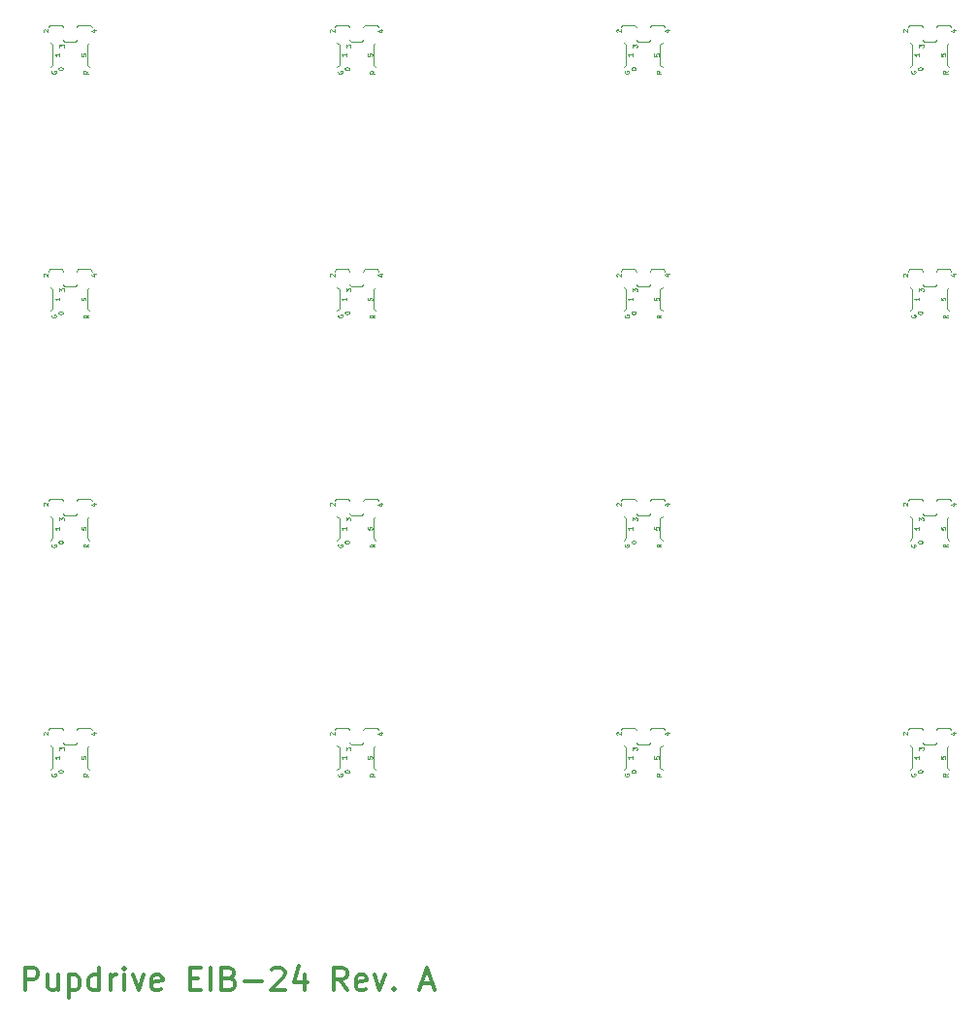
<source format=gbr>
%TF.GenerationSoftware,KiCad,Pcbnew,(6.0.0)*%
%TF.CreationDate,2022-03-28T07:48:23-07:00*%
%TF.ProjectId,pupdrive-eib24_panel,70757064-7269-4766-952d-65696232345f,A*%
%TF.SameCoordinates,Original*%
%TF.FileFunction,Legend,Top*%
%TF.FilePolarity,Positive*%
%FSLAX46Y46*%
G04 Gerber Fmt 4.6, Leading zero omitted, Abs format (unit mm)*
G04 Created by KiCad (PCBNEW (6.0.0)) date 2022-03-28 07:48:23*
%MOMM*%
%LPD*%
G01*
G04 APERTURE LIST*
%ADD10C,0.120000*%
%ADD11C,0.100000*%
%ADD12C,0.300000*%
%ADD13C,0.150000*%
G04 APERTURE END LIST*
D10*
X144007107Y-56607107D02*
X144107107Y-56807107D01*
X119107107Y-99207107D02*
X119207107Y-99407107D01*
X93207107Y-81357107D02*
X93007107Y-81557107D01*
X145407107Y-77907107D02*
X145307107Y-78107107D01*
X142807107Y-98107107D02*
X142907107Y-97907107D01*
X96207107Y-121357107D02*
X96207107Y-119657107D01*
X145207107Y-99407107D02*
X145307107Y-99207107D01*
X96607107Y-98107107D02*
X96507107Y-97907107D01*
X171207107Y-81357107D02*
X171207107Y-79657107D01*
X96207107Y-79657107D02*
X96407107Y-79457107D01*
X171507107Y-77907107D02*
X170407107Y-77907107D01*
X121507107Y-117907107D02*
X120407107Y-117907107D01*
X168207107Y-121357107D02*
X168007107Y-121557107D01*
X95407107Y-56607107D02*
X95307107Y-56807107D01*
X168007107Y-58157107D02*
X168207107Y-58357107D01*
X94107107Y-79207107D02*
X94207107Y-79407107D01*
X171507107Y-97907107D02*
X170407107Y-97907107D01*
X145407107Y-117907107D02*
X145307107Y-118107107D01*
X119107107Y-79207107D02*
X119207107Y-79407107D01*
X96607107Y-118107107D02*
X96507107Y-117907107D01*
X96407107Y-121557107D02*
X96207107Y-121357107D01*
X142807107Y-56807107D02*
X142907107Y-56607107D01*
X121607107Y-98107107D02*
X121507107Y-97907107D01*
X94207107Y-79407107D02*
X95207107Y-79407107D01*
X146607107Y-78107107D02*
X146507107Y-77907107D01*
X121407107Y-121557107D02*
X121207107Y-121357107D01*
X142907107Y-56607107D02*
X144007107Y-56607107D01*
X121207107Y-99657107D02*
X121407107Y-99457107D01*
X95407107Y-117907107D02*
X95307107Y-118107107D01*
X146407107Y-121557107D02*
X146207107Y-121357107D01*
X144207107Y-119407107D02*
X145207107Y-119407107D01*
X118207107Y-101357107D02*
X118007107Y-101557107D01*
X120207107Y-79407107D02*
X120307107Y-79207107D01*
X145407107Y-56607107D02*
X145307107Y-56807107D01*
X120407107Y-56607107D02*
X120307107Y-56807107D01*
X146407107Y-81557107D02*
X146207107Y-81357107D01*
X92807107Y-56807107D02*
X92907107Y-56607107D01*
X96507107Y-77907107D02*
X95407107Y-77907107D01*
X118207107Y-99657107D02*
X118207107Y-101357107D01*
X119007107Y-77907107D02*
X119107107Y-78107107D01*
X169207107Y-99407107D02*
X170207107Y-99407107D01*
X92807107Y-98107107D02*
X92907107Y-97907107D01*
X94007107Y-97907107D02*
X94107107Y-98107107D01*
X169207107Y-58107107D02*
X170207107Y-58107107D01*
X92907107Y-97907107D02*
X94007107Y-97907107D01*
X146507107Y-77907107D02*
X145407107Y-77907107D01*
X117807107Y-118107107D02*
X117907107Y-117907107D01*
X146207107Y-79657107D02*
X146407107Y-79457107D01*
X117807107Y-98107107D02*
X117907107Y-97907107D01*
X121507107Y-97907107D02*
X120407107Y-97907107D01*
X171207107Y-101357107D02*
X171207107Y-99657107D01*
X120407107Y-77907107D02*
X120307107Y-78107107D01*
X93207107Y-60057107D02*
X93007107Y-60257107D01*
X146507107Y-97907107D02*
X145407107Y-97907107D01*
X146207107Y-121357107D02*
X146207107Y-119657107D01*
X171507107Y-117907107D02*
X170407107Y-117907107D01*
X170407107Y-56607107D02*
X170307107Y-56807107D01*
X118207107Y-81357107D02*
X118007107Y-81557107D01*
X92807107Y-78107107D02*
X92907107Y-77907107D01*
X146207107Y-101357107D02*
X146207107Y-99657107D01*
X118007107Y-58157107D02*
X118207107Y-58357107D01*
X143007107Y-99457107D02*
X143207107Y-99657107D01*
X167807107Y-56807107D02*
X167907107Y-56607107D01*
X119207107Y-119407107D02*
X120207107Y-119407107D01*
X143207107Y-121357107D02*
X143007107Y-121557107D01*
X121607107Y-56807107D02*
X121507107Y-56607107D01*
X145207107Y-119407107D02*
X145307107Y-119207107D01*
X93007107Y-58157107D02*
X93207107Y-58357107D01*
X119007107Y-97907107D02*
X119107107Y-98107107D01*
X143007107Y-58157107D02*
X143207107Y-58357107D01*
X168207107Y-99657107D02*
X168207107Y-101357107D01*
X142807107Y-78107107D02*
X142907107Y-77907107D01*
X167807107Y-118107107D02*
X167907107Y-117907107D01*
X93007107Y-79457107D02*
X93207107Y-79657107D01*
X143007107Y-79457107D02*
X143207107Y-79657107D01*
X118007107Y-99457107D02*
X118207107Y-99657107D01*
X144207107Y-58107107D02*
X145207107Y-58107107D01*
X145207107Y-58107107D02*
X145307107Y-57907107D01*
X168207107Y-79657107D02*
X168207107Y-81357107D01*
X171507107Y-56607107D02*
X170407107Y-56607107D01*
X118207107Y-60057107D02*
X118007107Y-60257107D01*
X94107107Y-119207107D02*
X94207107Y-119407107D01*
X93207107Y-119657107D02*
X93207107Y-121357107D01*
X169007107Y-117907107D02*
X169107107Y-118107107D01*
X143207107Y-60057107D02*
X143007107Y-60257107D01*
X119207107Y-58107107D02*
X120207107Y-58107107D01*
X167907107Y-77907107D02*
X169007107Y-77907107D01*
X168007107Y-99457107D02*
X168207107Y-99657107D01*
X171607107Y-78107107D02*
X171507107Y-77907107D01*
X167807107Y-98107107D02*
X167907107Y-97907107D01*
X142907107Y-117907107D02*
X144007107Y-117907107D01*
X118207107Y-121357107D02*
X118007107Y-121557107D01*
X121207107Y-79657107D02*
X121407107Y-79457107D01*
X96207107Y-119657107D02*
X96407107Y-119457107D01*
X121407107Y-81557107D02*
X121207107Y-81357107D01*
X94107107Y-57907107D02*
X94207107Y-58107107D01*
X118007107Y-119457107D02*
X118207107Y-119657107D01*
X143207107Y-58357107D02*
X143207107Y-60057107D01*
X171207107Y-119657107D02*
X171407107Y-119457107D01*
X168207107Y-58357107D02*
X168207107Y-60057107D01*
X168207107Y-60057107D02*
X168007107Y-60257107D01*
X96207107Y-58357107D02*
X96407107Y-58157107D01*
X94007107Y-77907107D02*
X94107107Y-78107107D01*
X120407107Y-117907107D02*
X120307107Y-118107107D01*
X94207107Y-119407107D02*
X95207107Y-119407107D01*
X145207107Y-79407107D02*
X145307107Y-79207107D01*
X96407107Y-60257107D02*
X96207107Y-60057107D01*
X171207107Y-79657107D02*
X171407107Y-79457107D01*
X169107107Y-99207107D02*
X169207107Y-99407107D01*
X170407107Y-97907107D02*
X170307107Y-98107107D01*
X93207107Y-79657107D02*
X93207107Y-81357107D01*
X95207107Y-58107107D02*
X95307107Y-57907107D01*
X143207107Y-119657107D02*
X143207107Y-121357107D01*
X169207107Y-119407107D02*
X170207107Y-119407107D01*
X118207107Y-79657107D02*
X118207107Y-81357107D01*
X146507107Y-56607107D02*
X145407107Y-56607107D01*
X92807107Y-118107107D02*
X92907107Y-117907107D01*
X96407107Y-101557107D02*
X96207107Y-101357107D01*
X144007107Y-117907107D02*
X144107107Y-118107107D01*
X96507107Y-117907107D02*
X95407107Y-117907107D01*
X146207107Y-58357107D02*
X146407107Y-58157107D01*
X95407107Y-77907107D02*
X95307107Y-78107107D01*
X171207107Y-121357107D02*
X171207107Y-119657107D01*
X121207107Y-119657107D02*
X121407107Y-119457107D01*
X117907107Y-56607107D02*
X119007107Y-56607107D01*
X171207107Y-60057107D02*
X171207107Y-58357107D01*
X146207107Y-119657107D02*
X146407107Y-119457107D01*
X170407107Y-117907107D02*
X170307107Y-118107107D01*
X144007107Y-77907107D02*
X144107107Y-78107107D01*
X167807107Y-78107107D02*
X167907107Y-77907107D01*
X121407107Y-60257107D02*
X121207107Y-60057107D01*
X168207107Y-101357107D02*
X168007107Y-101557107D01*
X146607107Y-56807107D02*
X146507107Y-56607107D01*
X121207107Y-58357107D02*
X121407107Y-58157107D01*
X121207107Y-121357107D02*
X121207107Y-119657107D01*
X118007107Y-79457107D02*
X118207107Y-79657107D01*
X169007107Y-77907107D02*
X169107107Y-78107107D01*
X146407107Y-60257107D02*
X146207107Y-60057107D01*
X168007107Y-119457107D02*
X168207107Y-119657107D01*
X146507107Y-117907107D02*
X145407107Y-117907107D01*
X171207107Y-99657107D02*
X171407107Y-99457107D01*
X143207107Y-79657107D02*
X143207107Y-81357107D01*
X96207107Y-99657107D02*
X96407107Y-99457107D01*
X96207107Y-101357107D02*
X96207107Y-99657107D01*
X170407107Y-77907107D02*
X170307107Y-78107107D01*
X143207107Y-99657107D02*
X143207107Y-101357107D01*
X120207107Y-119407107D02*
X120307107Y-119207107D01*
X96207107Y-81357107D02*
X96207107Y-79657107D01*
X93007107Y-119457107D02*
X93207107Y-119657107D01*
X146607107Y-98107107D02*
X146507107Y-97907107D01*
X146207107Y-99657107D02*
X146407107Y-99457107D01*
X96507107Y-56607107D02*
X95407107Y-56607107D01*
X96607107Y-78107107D02*
X96507107Y-77907107D01*
X119007107Y-117907107D02*
X119107107Y-118107107D01*
X144207107Y-99407107D02*
X145207107Y-99407107D01*
X144107107Y-79207107D02*
X144207107Y-79407107D01*
X143207107Y-101357107D02*
X143007107Y-101557107D01*
X94207107Y-99407107D02*
X95207107Y-99407107D01*
X168207107Y-81357107D02*
X168007107Y-81557107D01*
X169107107Y-57907107D02*
X169207107Y-58107107D01*
X144207107Y-79407107D02*
X145207107Y-79407107D01*
X119207107Y-79407107D02*
X120207107Y-79407107D01*
X94007107Y-56607107D02*
X94107107Y-56807107D01*
X171607107Y-98107107D02*
X171507107Y-97907107D01*
X117807107Y-56807107D02*
X117907107Y-56607107D01*
X170207107Y-79407107D02*
X170307107Y-79207107D01*
X92907107Y-117907107D02*
X94007107Y-117907107D01*
X119107107Y-119207107D02*
X119207107Y-119407107D01*
X167907107Y-97907107D02*
X169007107Y-97907107D01*
X168007107Y-79457107D02*
X168207107Y-79657107D01*
X169207107Y-79407107D02*
X170207107Y-79407107D01*
X121407107Y-101557107D02*
X121207107Y-101357107D01*
X117907107Y-117907107D02*
X119007107Y-117907107D01*
X146207107Y-81357107D02*
X146207107Y-79657107D01*
X92907107Y-56607107D02*
X94007107Y-56607107D01*
X142807107Y-118107107D02*
X142907107Y-117907107D01*
X96407107Y-81557107D02*
X96207107Y-81357107D01*
X96207107Y-60057107D02*
X96207107Y-58357107D01*
X95207107Y-99407107D02*
X95307107Y-99207107D01*
X93207107Y-121357107D02*
X93007107Y-121557107D01*
X144107107Y-57907107D02*
X144207107Y-58107107D01*
X143007107Y-119457107D02*
X143207107Y-119657107D01*
X144107107Y-119207107D02*
X144207107Y-119407107D01*
X94207107Y-58107107D02*
X95207107Y-58107107D01*
X142907107Y-77907107D02*
X144007107Y-77907107D01*
X146607107Y-118107107D02*
X146507107Y-117907107D01*
X146407107Y-101557107D02*
X146207107Y-101357107D01*
X121607107Y-118107107D02*
X121507107Y-117907107D01*
X117907107Y-97907107D02*
X119007107Y-97907107D01*
X117907107Y-77907107D02*
X119007107Y-77907107D01*
X94007107Y-117907107D02*
X94107107Y-118107107D01*
X167907107Y-56607107D02*
X169007107Y-56607107D01*
X121207107Y-101357107D02*
X121207107Y-99657107D01*
X95207107Y-79407107D02*
X95307107Y-79207107D01*
X96507107Y-97907107D02*
X95407107Y-97907107D01*
X94107107Y-99207107D02*
X94207107Y-99407107D01*
X119107107Y-57907107D02*
X119207107Y-58107107D01*
X171207107Y-58357107D02*
X171407107Y-58157107D01*
X170207107Y-119407107D02*
X170307107Y-119207107D01*
X121207107Y-81357107D02*
X121207107Y-79657107D01*
X171607107Y-118107107D02*
X171507107Y-117907107D01*
X171407107Y-121557107D02*
X171207107Y-121357107D01*
X119207107Y-99407107D02*
X120207107Y-99407107D01*
X96607107Y-56807107D02*
X96507107Y-56607107D01*
X120407107Y-97907107D02*
X120307107Y-98107107D01*
X168207107Y-119657107D02*
X168207107Y-121357107D01*
X169007107Y-56607107D02*
X169107107Y-56807107D01*
X169107107Y-119207107D02*
X169207107Y-119407107D01*
X118207107Y-119657107D02*
X118207107Y-121357107D01*
X171407107Y-101557107D02*
X171207107Y-101357107D01*
X144107107Y-99207107D02*
X144207107Y-99407107D01*
X95207107Y-119407107D02*
X95307107Y-119207107D01*
X145407107Y-97907107D02*
X145307107Y-98107107D01*
X117807107Y-78107107D02*
X117907107Y-77907107D01*
X171407107Y-81557107D02*
X171207107Y-81357107D01*
X93207107Y-99657107D02*
X93207107Y-101357107D01*
X171607107Y-56807107D02*
X171507107Y-56607107D01*
X121207107Y-60057107D02*
X121207107Y-58357107D01*
X92907107Y-77907107D02*
X94007107Y-77907107D01*
X171407107Y-60257107D02*
X171207107Y-60057107D01*
X169107107Y-79207107D02*
X169207107Y-79407107D01*
X120207107Y-58107107D02*
X120307107Y-57907107D01*
X169007107Y-97907107D02*
X169107107Y-98107107D01*
X121607107Y-78107107D02*
X121507107Y-77907107D01*
X93007107Y-99457107D02*
X93207107Y-99657107D01*
X121507107Y-77907107D02*
X120407107Y-77907107D01*
X144007107Y-97907107D02*
X144107107Y-98107107D01*
X93207107Y-58357107D02*
X93207107Y-60057107D01*
X120207107Y-99407107D02*
X120307107Y-99207107D01*
X170207107Y-58107107D02*
X170307107Y-57907107D01*
X170207107Y-99407107D02*
X170307107Y-99207107D01*
X118207107Y-58357107D02*
X118207107Y-60057107D01*
X143207107Y-81357107D02*
X143007107Y-81557107D01*
X146207107Y-60057107D02*
X146207107Y-58357107D01*
X121507107Y-56607107D02*
X120407107Y-56607107D01*
X119007107Y-56607107D02*
X119107107Y-56807107D01*
X93207107Y-101357107D02*
X93007107Y-101557107D01*
X95407107Y-97907107D02*
X95307107Y-98107107D01*
X142907107Y-97907107D02*
X144007107Y-97907107D01*
X167907107Y-117907107D02*
X169007107Y-117907107D01*
D11*
X168788059Y-99840440D02*
X168788059Y-99592821D01*
X168940440Y-99726154D01*
X168940440Y-99669011D01*
X168959487Y-99630916D01*
X168978535Y-99611868D01*
X169016630Y-99592821D01*
X169111868Y-99592821D01*
X169149964Y-99611868D01*
X169169011Y-99630916D01*
X169188059Y-99669011D01*
X169188059Y-99783297D01*
X169169011Y-99821392D01*
X169149964Y-99840440D01*
X118107107Y-81911869D02*
X118088059Y-81949964D01*
X118088059Y-82007107D01*
X118107107Y-82064250D01*
X118145202Y-82102345D01*
X118183297Y-82121392D01*
X118259487Y-82140440D01*
X118316630Y-82140440D01*
X118392821Y-82121392D01*
X118430916Y-82102345D01*
X118469011Y-82064250D01*
X118488059Y-82007107D01*
X118488059Y-81969011D01*
X118469011Y-81911869D01*
X118449964Y-81892821D01*
X118316630Y-81892821D01*
X118316630Y-81969011D01*
X121721392Y-78330916D02*
X121988059Y-78330916D01*
X121569011Y-78426154D02*
X121854726Y-78521392D01*
X121854726Y-78273773D01*
X96721392Y-78330916D02*
X96988059Y-78330916D01*
X96569011Y-78426154D02*
X96854726Y-78521392D01*
X96854726Y-78273773D01*
X117426154Y-78521392D02*
X117407107Y-78502345D01*
X117388059Y-78464249D01*
X117388059Y-78369011D01*
X117407107Y-78330916D01*
X117426154Y-78311868D01*
X117464249Y-78292821D01*
X117502345Y-78292821D01*
X117559487Y-78311868D01*
X117788059Y-78540440D01*
X117788059Y-78292821D01*
X93107107Y-121911869D02*
X93088059Y-121949964D01*
X93088059Y-122007107D01*
X93107107Y-122064250D01*
X93145202Y-122102345D01*
X93183297Y-122121392D01*
X93259487Y-122140440D01*
X93316630Y-122140440D01*
X93392821Y-122121392D01*
X93430916Y-122102345D01*
X93469011Y-122064250D01*
X93488059Y-122007107D01*
X93488059Y-121969011D01*
X93469011Y-121911869D01*
X93449964Y-121892821D01*
X93316630Y-121892821D01*
X93316630Y-121969011D01*
X93688059Y-81726154D02*
X93688059Y-81688059D01*
X93707107Y-81649964D01*
X93726154Y-81630916D01*
X93764249Y-81611868D01*
X93840440Y-81592821D01*
X93935678Y-81592821D01*
X94011868Y-81611868D01*
X94049964Y-81630916D01*
X94069011Y-81649964D01*
X94088059Y-81688059D01*
X94088059Y-81726154D01*
X94069011Y-81764249D01*
X94049964Y-81783297D01*
X94011868Y-81802345D01*
X93935678Y-81821392D01*
X93840440Y-81821392D01*
X93764249Y-81802345D01*
X93726154Y-81783297D01*
X93707107Y-81764249D01*
X93688059Y-81726154D01*
X145688059Y-59111868D02*
X145688059Y-59302345D01*
X145878535Y-59321392D01*
X145859487Y-59302345D01*
X145840440Y-59264249D01*
X145840440Y-59169011D01*
X145859487Y-59130916D01*
X145878535Y-59111868D01*
X145916630Y-59092821D01*
X146011868Y-59092821D01*
X146049964Y-59111868D01*
X146069011Y-59130916D01*
X146088059Y-59169011D01*
X146088059Y-59264249D01*
X146069011Y-59302345D01*
X146049964Y-59321392D01*
X93688059Y-121726154D02*
X93688059Y-121688059D01*
X93707107Y-121649964D01*
X93726154Y-121630916D01*
X93764249Y-121611868D01*
X93840440Y-121592821D01*
X93935678Y-121592821D01*
X94011868Y-121611868D01*
X94049964Y-121630916D01*
X94069011Y-121649964D01*
X94088059Y-121688059D01*
X94088059Y-121726154D01*
X94069011Y-121764249D01*
X94049964Y-121783297D01*
X94011868Y-121802345D01*
X93935678Y-121821392D01*
X93840440Y-121821392D01*
X93764249Y-121802345D01*
X93726154Y-121783297D01*
X93707107Y-121764249D01*
X93688059Y-121726154D01*
X168788059Y-100392821D02*
X168788059Y-100621392D01*
X168788059Y-100507107D02*
X168388059Y-100507107D01*
X168445202Y-100545202D01*
X168483297Y-100583297D01*
X168502345Y-100621392D01*
X93788059Y-99840440D02*
X93788059Y-99592821D01*
X93940440Y-99726154D01*
X93940440Y-99669011D01*
X93959487Y-99630916D01*
X93978535Y-99611868D01*
X94016630Y-99592821D01*
X94111868Y-99592821D01*
X94149964Y-99611868D01*
X94169011Y-99630916D01*
X94188059Y-99669011D01*
X94188059Y-99783297D01*
X94169011Y-99821392D01*
X94149964Y-99840440D01*
X93788059Y-100392821D02*
X93788059Y-100621392D01*
X93788059Y-100507107D02*
X93388059Y-100507107D01*
X93445202Y-100545202D01*
X93483297Y-100583297D01*
X93502345Y-100621392D01*
X92426154Y-78521392D02*
X92407107Y-78502345D01*
X92388059Y-78464249D01*
X92388059Y-78369011D01*
X92407107Y-78330916D01*
X92426154Y-78311868D01*
X92464249Y-78292821D01*
X92502345Y-78292821D01*
X92559487Y-78311868D01*
X92788059Y-78540440D01*
X92788059Y-78292821D01*
X168688059Y-81726154D02*
X168688059Y-81688059D01*
X168707107Y-81649964D01*
X168726154Y-81630916D01*
X168764249Y-81611868D01*
X168840440Y-81592821D01*
X168935678Y-81592821D01*
X169011868Y-81611868D01*
X169049964Y-81630916D01*
X169069011Y-81649964D01*
X169088059Y-81688059D01*
X169088059Y-81726154D01*
X169069011Y-81764249D01*
X169049964Y-81783297D01*
X169011868Y-81802345D01*
X168935678Y-81821392D01*
X168840440Y-81821392D01*
X168764249Y-81802345D01*
X168726154Y-81783297D01*
X168707107Y-81764249D01*
X168688059Y-81726154D01*
X93788059Y-59092821D02*
X93788059Y-59321392D01*
X93788059Y-59207107D02*
X93388059Y-59207107D01*
X93445202Y-59245202D01*
X93483297Y-59283297D01*
X93502345Y-59321392D01*
X143788059Y-58540440D02*
X143788059Y-58292821D01*
X143940440Y-58426154D01*
X143940440Y-58369011D01*
X143959487Y-58330916D01*
X143978535Y-58311868D01*
X144016630Y-58292821D01*
X144111868Y-58292821D01*
X144149964Y-58311868D01*
X144169011Y-58330916D01*
X144188059Y-58369011D01*
X144188059Y-58483297D01*
X144169011Y-58521392D01*
X144149964Y-58540440D01*
X117426154Y-57221392D02*
X117407107Y-57202345D01*
X117388059Y-57164249D01*
X117388059Y-57069011D01*
X117407107Y-57030916D01*
X117426154Y-57011868D01*
X117464249Y-56992821D01*
X117502345Y-56992821D01*
X117559487Y-57011868D01*
X117788059Y-57240440D01*
X117788059Y-56992821D01*
X143788059Y-100392821D02*
X143788059Y-100621392D01*
X143788059Y-100507107D02*
X143388059Y-100507107D01*
X143445202Y-100545202D01*
X143483297Y-100583297D01*
X143502345Y-100621392D01*
X142426154Y-57221392D02*
X142407107Y-57202345D01*
X142388059Y-57164249D01*
X142388059Y-57069011D01*
X142407107Y-57030916D01*
X142426154Y-57011868D01*
X142464249Y-56992821D01*
X142502345Y-56992821D01*
X142559487Y-57011868D01*
X142788059Y-57240440D01*
X142788059Y-56992821D01*
X146721392Y-78330916D02*
X146988059Y-78330916D01*
X146569011Y-78426154D02*
X146854726Y-78521392D01*
X146854726Y-78273773D01*
X168788059Y-119840440D02*
X168788059Y-119592821D01*
X168940440Y-119726154D01*
X168940440Y-119669011D01*
X168959487Y-119630916D01*
X168978535Y-119611868D01*
X169016630Y-119592821D01*
X169111868Y-119592821D01*
X169149964Y-119611868D01*
X169169011Y-119630916D01*
X169188059Y-119669011D01*
X169188059Y-119783297D01*
X169169011Y-119821392D01*
X169149964Y-119840440D01*
X121288059Y-101902821D02*
X121097583Y-102036154D01*
X121288059Y-102131392D02*
X120888059Y-102131392D01*
X120888059Y-101979011D01*
X120907107Y-101940916D01*
X120926154Y-101921869D01*
X120964249Y-101902821D01*
X121021392Y-101902821D01*
X121059487Y-101921869D01*
X121078535Y-101940916D01*
X121097583Y-101979011D01*
X121097583Y-102131392D01*
X93788059Y-80392821D02*
X93788059Y-80621392D01*
X93788059Y-80507107D02*
X93388059Y-80507107D01*
X93445202Y-80545202D01*
X93483297Y-80583297D01*
X93502345Y-80621392D01*
X118688059Y-60426154D02*
X118688059Y-60388059D01*
X118707107Y-60349964D01*
X118726154Y-60330916D01*
X118764249Y-60311868D01*
X118840440Y-60292821D01*
X118935678Y-60292821D01*
X119011868Y-60311868D01*
X119049964Y-60330916D01*
X119069011Y-60349964D01*
X119088059Y-60388059D01*
X119088059Y-60426154D01*
X119069011Y-60464249D01*
X119049964Y-60483297D01*
X119011868Y-60502345D01*
X118935678Y-60521392D01*
X118840440Y-60521392D01*
X118764249Y-60502345D01*
X118726154Y-60483297D01*
X118707107Y-60464249D01*
X118688059Y-60426154D01*
X146288059Y-81902821D02*
X146097583Y-82036154D01*
X146288059Y-82131392D02*
X145888059Y-82131392D01*
X145888059Y-81979011D01*
X145907107Y-81940916D01*
X145926154Y-81921869D01*
X145964249Y-81902821D01*
X146021392Y-81902821D01*
X146059487Y-81921869D01*
X146078535Y-81940916D01*
X146097583Y-81979011D01*
X146097583Y-82131392D01*
X146721392Y-98330916D02*
X146988059Y-98330916D01*
X146569011Y-98426154D02*
X146854726Y-98521392D01*
X146854726Y-98273773D01*
X168688059Y-60426154D02*
X168688059Y-60388059D01*
X168707107Y-60349964D01*
X168726154Y-60330916D01*
X168764249Y-60311868D01*
X168840440Y-60292821D01*
X168935678Y-60292821D01*
X169011868Y-60311868D01*
X169049964Y-60330916D01*
X169069011Y-60349964D01*
X169088059Y-60388059D01*
X169088059Y-60426154D01*
X169069011Y-60464249D01*
X169049964Y-60483297D01*
X169011868Y-60502345D01*
X168935678Y-60521392D01*
X168840440Y-60521392D01*
X168764249Y-60502345D01*
X168726154Y-60483297D01*
X168707107Y-60464249D01*
X168688059Y-60426154D01*
X142426154Y-98521392D02*
X142407107Y-98502345D01*
X142388059Y-98464249D01*
X142388059Y-98369011D01*
X142407107Y-98330916D01*
X142426154Y-98311868D01*
X142464249Y-98292821D01*
X142502345Y-98292821D01*
X142559487Y-98311868D01*
X142788059Y-98540440D01*
X142788059Y-98292821D01*
X118107107Y-121911869D02*
X118088059Y-121949964D01*
X118088059Y-122007107D01*
X118107107Y-122064250D01*
X118145202Y-122102345D01*
X118183297Y-122121392D01*
X118259487Y-122140440D01*
X118316630Y-122140440D01*
X118392821Y-122121392D01*
X118430916Y-122102345D01*
X118469011Y-122064250D01*
X118488059Y-122007107D01*
X118488059Y-121969011D01*
X118469011Y-121911869D01*
X118449964Y-121892821D01*
X118316630Y-121892821D01*
X118316630Y-121969011D01*
X120688059Y-100411868D02*
X120688059Y-100602345D01*
X120878535Y-100621392D01*
X120859487Y-100602345D01*
X120840440Y-100564249D01*
X120840440Y-100469011D01*
X120859487Y-100430916D01*
X120878535Y-100411868D01*
X120916630Y-100392821D01*
X121011868Y-100392821D01*
X121049964Y-100411868D01*
X121069011Y-100430916D01*
X121088059Y-100469011D01*
X121088059Y-100564249D01*
X121069011Y-100602345D01*
X121049964Y-100621392D01*
X168788059Y-59092821D02*
X168788059Y-59321392D01*
X168788059Y-59207107D02*
X168388059Y-59207107D01*
X168445202Y-59245202D01*
X168483297Y-59283297D01*
X168502345Y-59321392D01*
X118788059Y-58540440D02*
X118788059Y-58292821D01*
X118940440Y-58426154D01*
X118940440Y-58369011D01*
X118959487Y-58330916D01*
X118978535Y-58311868D01*
X119016630Y-58292821D01*
X119111868Y-58292821D01*
X119149964Y-58311868D01*
X119169011Y-58330916D01*
X119188059Y-58369011D01*
X119188059Y-58483297D01*
X119169011Y-58521392D01*
X119149964Y-58540440D01*
X168788059Y-58540440D02*
X168788059Y-58292821D01*
X168940440Y-58426154D01*
X168940440Y-58369011D01*
X168959487Y-58330916D01*
X168978535Y-58311868D01*
X169016630Y-58292821D01*
X169111868Y-58292821D01*
X169149964Y-58311868D01*
X169169011Y-58330916D01*
X169188059Y-58369011D01*
X169188059Y-58483297D01*
X169169011Y-58521392D01*
X169149964Y-58540440D01*
X118107107Y-60611869D02*
X118088059Y-60649964D01*
X118088059Y-60707107D01*
X118107107Y-60764250D01*
X118145202Y-60802345D01*
X118183297Y-60821392D01*
X118259487Y-60840440D01*
X118316630Y-60840440D01*
X118392821Y-60821392D01*
X118430916Y-60802345D01*
X118469011Y-60764250D01*
X118488059Y-60707107D01*
X118488059Y-60669011D01*
X118469011Y-60611869D01*
X118449964Y-60592821D01*
X118316630Y-60592821D01*
X118316630Y-60669011D01*
X92426154Y-118521392D02*
X92407107Y-118502345D01*
X92388059Y-118464249D01*
X92388059Y-118369011D01*
X92407107Y-118330916D01*
X92426154Y-118311868D01*
X92464249Y-118292821D01*
X92502345Y-118292821D01*
X92559487Y-118311868D01*
X92788059Y-118540440D01*
X92788059Y-118292821D01*
X92426154Y-98521392D02*
X92407107Y-98502345D01*
X92388059Y-98464249D01*
X92388059Y-98369011D01*
X92407107Y-98330916D01*
X92426154Y-98311868D01*
X92464249Y-98292821D01*
X92502345Y-98292821D01*
X92559487Y-98311868D01*
X92788059Y-98540440D01*
X92788059Y-98292821D01*
X171288059Y-60602821D02*
X171097583Y-60736154D01*
X171288059Y-60831392D02*
X170888059Y-60831392D01*
X170888059Y-60679011D01*
X170907107Y-60640916D01*
X170926154Y-60621869D01*
X170964249Y-60602821D01*
X171021392Y-60602821D01*
X171059487Y-60621869D01*
X171078535Y-60640916D01*
X171097583Y-60679011D01*
X171097583Y-60831392D01*
X143788059Y-80392821D02*
X143788059Y-80621392D01*
X143788059Y-80507107D02*
X143388059Y-80507107D01*
X143445202Y-80545202D01*
X143483297Y-80583297D01*
X143502345Y-80621392D01*
X168107107Y-60611869D02*
X168088059Y-60649964D01*
X168088059Y-60707107D01*
X168107107Y-60764250D01*
X168145202Y-60802345D01*
X168183297Y-60821392D01*
X168259487Y-60840440D01*
X168316630Y-60840440D01*
X168392821Y-60821392D01*
X168430916Y-60802345D01*
X168469011Y-60764250D01*
X168488059Y-60707107D01*
X168488059Y-60669011D01*
X168469011Y-60611869D01*
X168449964Y-60592821D01*
X168316630Y-60592821D01*
X168316630Y-60669011D01*
X170688059Y-59111868D02*
X170688059Y-59302345D01*
X170878535Y-59321392D01*
X170859487Y-59302345D01*
X170840440Y-59264249D01*
X170840440Y-59169011D01*
X170859487Y-59130916D01*
X170878535Y-59111868D01*
X170916630Y-59092821D01*
X171011868Y-59092821D01*
X171049964Y-59111868D01*
X171069011Y-59130916D01*
X171088059Y-59169011D01*
X171088059Y-59264249D01*
X171069011Y-59302345D01*
X171049964Y-59321392D01*
X143688059Y-60426154D02*
X143688059Y-60388059D01*
X143707107Y-60349964D01*
X143726154Y-60330916D01*
X143764249Y-60311868D01*
X143840440Y-60292821D01*
X143935678Y-60292821D01*
X144011868Y-60311868D01*
X144049964Y-60330916D01*
X144069011Y-60349964D01*
X144088059Y-60388059D01*
X144088059Y-60426154D01*
X144069011Y-60464249D01*
X144049964Y-60483297D01*
X144011868Y-60502345D01*
X143935678Y-60521392D01*
X143840440Y-60521392D01*
X143764249Y-60502345D01*
X143726154Y-60483297D01*
X143707107Y-60464249D01*
X143688059Y-60426154D01*
X168788059Y-120392821D02*
X168788059Y-120621392D01*
X168788059Y-120507107D02*
X168388059Y-120507107D01*
X168445202Y-120545202D01*
X168483297Y-120583297D01*
X168502345Y-120621392D01*
X96721392Y-57030916D02*
X96988059Y-57030916D01*
X96569011Y-57126154D02*
X96854726Y-57221392D01*
X96854726Y-56973773D01*
X143788059Y-79840440D02*
X143788059Y-79592821D01*
X143940440Y-79726154D01*
X143940440Y-79669011D01*
X143959487Y-79630916D01*
X143978535Y-79611868D01*
X144016630Y-79592821D01*
X144111868Y-79592821D01*
X144149964Y-79611868D01*
X144169011Y-79630916D01*
X144188059Y-79669011D01*
X144188059Y-79783297D01*
X144169011Y-79821392D01*
X144149964Y-79840440D01*
X167426154Y-57221392D02*
X167407107Y-57202345D01*
X167388059Y-57164249D01*
X167388059Y-57069011D01*
X167407107Y-57030916D01*
X167426154Y-57011868D01*
X167464249Y-56992821D01*
X167502345Y-56992821D01*
X167559487Y-57011868D01*
X167788059Y-57240440D01*
X167788059Y-56992821D01*
X146721392Y-118330916D02*
X146988059Y-118330916D01*
X146569011Y-118426154D02*
X146854726Y-118521392D01*
X146854726Y-118273773D01*
X118788059Y-100392821D02*
X118788059Y-100621392D01*
X118788059Y-100507107D02*
X118388059Y-100507107D01*
X118445202Y-100545202D01*
X118483297Y-100583297D01*
X118502345Y-100621392D01*
X96721392Y-98330916D02*
X96988059Y-98330916D01*
X96569011Y-98426154D02*
X96854726Y-98521392D01*
X96854726Y-98273773D01*
X121288059Y-60602821D02*
X121097583Y-60736154D01*
X121288059Y-60831392D02*
X120888059Y-60831392D01*
X120888059Y-60679011D01*
X120907107Y-60640916D01*
X120926154Y-60621869D01*
X120964249Y-60602821D01*
X121021392Y-60602821D01*
X121059487Y-60621869D01*
X121078535Y-60640916D01*
X121097583Y-60679011D01*
X121097583Y-60831392D01*
X146288059Y-101902821D02*
X146097583Y-102036154D01*
X146288059Y-102131392D02*
X145888059Y-102131392D01*
X145888059Y-101979011D01*
X145907107Y-101940916D01*
X145926154Y-101921869D01*
X145964249Y-101902821D01*
X146021392Y-101902821D01*
X146059487Y-101921869D01*
X146078535Y-101940916D01*
X146097583Y-101979011D01*
X146097583Y-102131392D01*
X170688059Y-80411868D02*
X170688059Y-80602345D01*
X170878535Y-80621392D01*
X170859487Y-80602345D01*
X170840440Y-80564249D01*
X170840440Y-80469011D01*
X170859487Y-80430916D01*
X170878535Y-80411868D01*
X170916630Y-80392821D01*
X171011868Y-80392821D01*
X171049964Y-80411868D01*
X171069011Y-80430916D01*
X171088059Y-80469011D01*
X171088059Y-80564249D01*
X171069011Y-80602345D01*
X171049964Y-80621392D01*
X171721392Y-78330916D02*
X171988059Y-78330916D01*
X171569011Y-78426154D02*
X171854726Y-78521392D01*
X171854726Y-78273773D01*
X146721392Y-57030916D02*
X146988059Y-57030916D01*
X146569011Y-57126154D02*
X146854726Y-57221392D01*
X146854726Y-56973773D01*
X96721392Y-118330916D02*
X96988059Y-118330916D01*
X96569011Y-118426154D02*
X96854726Y-118521392D01*
X96854726Y-118273773D01*
X168688059Y-121726154D02*
X168688059Y-121688059D01*
X168707107Y-121649964D01*
X168726154Y-121630916D01*
X168764249Y-121611868D01*
X168840440Y-121592821D01*
X168935678Y-121592821D01*
X169011868Y-121611868D01*
X169049964Y-121630916D01*
X169069011Y-121649964D01*
X169088059Y-121688059D01*
X169088059Y-121726154D01*
X169069011Y-121764249D01*
X169049964Y-121783297D01*
X169011868Y-121802345D01*
X168935678Y-121821392D01*
X168840440Y-121821392D01*
X168764249Y-121802345D01*
X168726154Y-121783297D01*
X168707107Y-121764249D01*
X168688059Y-121726154D01*
X96288059Y-60602821D02*
X96097583Y-60736154D01*
X96288059Y-60831392D02*
X95888059Y-60831392D01*
X95888059Y-60679011D01*
X95907107Y-60640916D01*
X95926154Y-60621869D01*
X95964249Y-60602821D01*
X96021392Y-60602821D01*
X96059487Y-60621869D01*
X96078535Y-60640916D01*
X96097583Y-60679011D01*
X96097583Y-60831392D01*
X168788059Y-80392821D02*
X168788059Y-80621392D01*
X168788059Y-80507107D02*
X168388059Y-80507107D01*
X168445202Y-80545202D01*
X168483297Y-80583297D01*
X168502345Y-80621392D01*
X120688059Y-120411868D02*
X120688059Y-120602345D01*
X120878535Y-120621392D01*
X120859487Y-120602345D01*
X120840440Y-120564249D01*
X120840440Y-120469011D01*
X120859487Y-120430916D01*
X120878535Y-120411868D01*
X120916630Y-120392821D01*
X121011868Y-120392821D01*
X121049964Y-120411868D01*
X121069011Y-120430916D01*
X121088059Y-120469011D01*
X121088059Y-120564249D01*
X121069011Y-120602345D01*
X121049964Y-120621392D01*
X121288059Y-81902821D02*
X121097583Y-82036154D01*
X121288059Y-82131392D02*
X120888059Y-82131392D01*
X120888059Y-81979011D01*
X120907107Y-81940916D01*
X120926154Y-81921869D01*
X120964249Y-81902821D01*
X121021392Y-81902821D01*
X121059487Y-81921869D01*
X121078535Y-81940916D01*
X121097583Y-81979011D01*
X121097583Y-82131392D01*
X168107107Y-101911869D02*
X168088059Y-101949964D01*
X168088059Y-102007107D01*
X168107107Y-102064250D01*
X168145202Y-102102345D01*
X168183297Y-102121392D01*
X168259487Y-102140440D01*
X168316630Y-102140440D01*
X168392821Y-102121392D01*
X168430916Y-102102345D01*
X168469011Y-102064250D01*
X168488059Y-102007107D01*
X168488059Y-101969011D01*
X168469011Y-101911869D01*
X168449964Y-101892821D01*
X168316630Y-101892821D01*
X168316630Y-101969011D01*
X168107107Y-121911869D02*
X168088059Y-121949964D01*
X168088059Y-122007107D01*
X168107107Y-122064250D01*
X168145202Y-122102345D01*
X168183297Y-122121392D01*
X168259487Y-122140440D01*
X168316630Y-122140440D01*
X168392821Y-122121392D01*
X168430916Y-122102345D01*
X168469011Y-122064250D01*
X168488059Y-122007107D01*
X168488059Y-121969011D01*
X168469011Y-121911869D01*
X168449964Y-121892821D01*
X168316630Y-121892821D01*
X168316630Y-121969011D01*
X171288059Y-81902821D02*
X171097583Y-82036154D01*
X171288059Y-82131392D02*
X170888059Y-82131392D01*
X170888059Y-81979011D01*
X170907107Y-81940916D01*
X170926154Y-81921869D01*
X170964249Y-81902821D01*
X171021392Y-81902821D01*
X171059487Y-81921869D01*
X171078535Y-81940916D01*
X171097583Y-81979011D01*
X171097583Y-82131392D01*
X118688059Y-81726154D02*
X118688059Y-81688059D01*
X118707107Y-81649964D01*
X118726154Y-81630916D01*
X118764249Y-81611868D01*
X118840440Y-81592821D01*
X118935678Y-81592821D01*
X119011868Y-81611868D01*
X119049964Y-81630916D01*
X119069011Y-81649964D01*
X119088059Y-81688059D01*
X119088059Y-81726154D01*
X119069011Y-81764249D01*
X119049964Y-81783297D01*
X119011868Y-81802345D01*
X118935678Y-81821392D01*
X118840440Y-81821392D01*
X118764249Y-81802345D01*
X118726154Y-81783297D01*
X118707107Y-81764249D01*
X118688059Y-81726154D01*
X95688059Y-59111868D02*
X95688059Y-59302345D01*
X95878535Y-59321392D01*
X95859487Y-59302345D01*
X95840440Y-59264249D01*
X95840440Y-59169011D01*
X95859487Y-59130916D01*
X95878535Y-59111868D01*
X95916630Y-59092821D01*
X96011868Y-59092821D01*
X96049964Y-59111868D01*
X96069011Y-59130916D01*
X96088059Y-59169011D01*
X96088059Y-59264249D01*
X96069011Y-59302345D01*
X96049964Y-59321392D01*
X143688059Y-81726154D02*
X143688059Y-81688059D01*
X143707107Y-81649964D01*
X143726154Y-81630916D01*
X143764249Y-81611868D01*
X143840440Y-81592821D01*
X143935678Y-81592821D01*
X144011868Y-81611868D01*
X144049964Y-81630916D01*
X144069011Y-81649964D01*
X144088059Y-81688059D01*
X144088059Y-81726154D01*
X144069011Y-81764249D01*
X144049964Y-81783297D01*
X144011868Y-81802345D01*
X143935678Y-81821392D01*
X143840440Y-81821392D01*
X143764249Y-81802345D01*
X143726154Y-81783297D01*
X143707107Y-81764249D01*
X143688059Y-81726154D01*
X120688059Y-59111868D02*
X120688059Y-59302345D01*
X120878535Y-59321392D01*
X120859487Y-59302345D01*
X120840440Y-59264249D01*
X120840440Y-59169011D01*
X120859487Y-59130916D01*
X120878535Y-59111868D01*
X120916630Y-59092821D01*
X121011868Y-59092821D01*
X121049964Y-59111868D01*
X121069011Y-59130916D01*
X121088059Y-59169011D01*
X121088059Y-59264249D01*
X121069011Y-59302345D01*
X121049964Y-59321392D01*
X121721392Y-118330916D02*
X121988059Y-118330916D01*
X121569011Y-118426154D02*
X121854726Y-118521392D01*
X121854726Y-118273773D01*
X118788059Y-59092821D02*
X118788059Y-59321392D01*
X118788059Y-59207107D02*
X118388059Y-59207107D01*
X118445202Y-59245202D01*
X118483297Y-59283297D01*
X118502345Y-59321392D01*
X167426154Y-98521392D02*
X167407107Y-98502345D01*
X167388059Y-98464249D01*
X167388059Y-98369011D01*
X167407107Y-98330916D01*
X167426154Y-98311868D01*
X167464249Y-98292821D01*
X167502345Y-98292821D01*
X167559487Y-98311868D01*
X167788059Y-98540440D01*
X167788059Y-98292821D01*
X121288059Y-121902821D02*
X121097583Y-122036154D01*
X121288059Y-122131392D02*
X120888059Y-122131392D01*
X120888059Y-121979011D01*
X120907107Y-121940916D01*
X120926154Y-121921869D01*
X120964249Y-121902821D01*
X121021392Y-121902821D01*
X121059487Y-121921869D01*
X121078535Y-121940916D01*
X121097583Y-121979011D01*
X121097583Y-122131392D01*
X93788059Y-120392821D02*
X93788059Y-120621392D01*
X93788059Y-120507107D02*
X93388059Y-120507107D01*
X93445202Y-120545202D01*
X93483297Y-120583297D01*
X93502345Y-120621392D01*
X96288059Y-121902821D02*
X96097583Y-122036154D01*
X96288059Y-122131392D02*
X95888059Y-122131392D01*
X95888059Y-121979011D01*
X95907107Y-121940916D01*
X95926154Y-121921869D01*
X95964249Y-121902821D01*
X96021392Y-121902821D01*
X96059487Y-121921869D01*
X96078535Y-121940916D01*
X96097583Y-121979011D01*
X96097583Y-122131392D01*
X170688059Y-120411868D02*
X170688059Y-120602345D01*
X170878535Y-120621392D01*
X170859487Y-120602345D01*
X170840440Y-120564249D01*
X170840440Y-120469011D01*
X170859487Y-120430916D01*
X170878535Y-120411868D01*
X170916630Y-120392821D01*
X171011868Y-120392821D01*
X171049964Y-120411868D01*
X171069011Y-120430916D01*
X171088059Y-120469011D01*
X171088059Y-120564249D01*
X171069011Y-120602345D01*
X171049964Y-120621392D01*
X143107107Y-101911869D02*
X143088059Y-101949964D01*
X143088059Y-102007107D01*
X143107107Y-102064250D01*
X143145202Y-102102345D01*
X143183297Y-102121392D01*
X143259487Y-102140440D01*
X143316630Y-102140440D01*
X143392821Y-102121392D01*
X143430916Y-102102345D01*
X143469011Y-102064250D01*
X143488059Y-102007107D01*
X143488059Y-101969011D01*
X143469011Y-101911869D01*
X143449964Y-101892821D01*
X143316630Y-101892821D01*
X143316630Y-101969011D01*
X93107107Y-101911869D02*
X93088059Y-101949964D01*
X93088059Y-102007107D01*
X93107107Y-102064250D01*
X93145202Y-102102345D01*
X93183297Y-102121392D01*
X93259487Y-102140440D01*
X93316630Y-102140440D01*
X93392821Y-102121392D01*
X93430916Y-102102345D01*
X93469011Y-102064250D01*
X93488059Y-102007107D01*
X93488059Y-101969011D01*
X93469011Y-101911869D01*
X93449964Y-101892821D01*
X93316630Y-101892821D01*
X93316630Y-101969011D01*
X171288059Y-121902821D02*
X171097583Y-122036154D01*
X171288059Y-122131392D02*
X170888059Y-122131392D01*
X170888059Y-121979011D01*
X170907107Y-121940916D01*
X170926154Y-121921869D01*
X170964249Y-121902821D01*
X171021392Y-121902821D01*
X171059487Y-121921869D01*
X171078535Y-121940916D01*
X171097583Y-121979011D01*
X171097583Y-122131392D01*
X118107107Y-101911869D02*
X118088059Y-101949964D01*
X118088059Y-102007107D01*
X118107107Y-102064250D01*
X118145202Y-102102345D01*
X118183297Y-102121392D01*
X118259487Y-102140440D01*
X118316630Y-102140440D01*
X118392821Y-102121392D01*
X118430916Y-102102345D01*
X118469011Y-102064250D01*
X118488059Y-102007107D01*
X118488059Y-101969011D01*
X118469011Y-101911869D01*
X118449964Y-101892821D01*
X118316630Y-101892821D01*
X118316630Y-101969011D01*
X117426154Y-98521392D02*
X117407107Y-98502345D01*
X117388059Y-98464249D01*
X117388059Y-98369011D01*
X117407107Y-98330916D01*
X117426154Y-98311868D01*
X117464249Y-98292821D01*
X117502345Y-98292821D01*
X117559487Y-98311868D01*
X117788059Y-98540440D01*
X117788059Y-98292821D01*
X171721392Y-57030916D02*
X171988059Y-57030916D01*
X171569011Y-57126154D02*
X171854726Y-57221392D01*
X171854726Y-56973773D01*
X143688059Y-121726154D02*
X143688059Y-121688059D01*
X143707107Y-121649964D01*
X143726154Y-121630916D01*
X143764249Y-121611868D01*
X143840440Y-121592821D01*
X143935678Y-121592821D01*
X144011868Y-121611868D01*
X144049964Y-121630916D01*
X144069011Y-121649964D01*
X144088059Y-121688059D01*
X144088059Y-121726154D01*
X144069011Y-121764249D01*
X144049964Y-121783297D01*
X144011868Y-121802345D01*
X143935678Y-121821392D01*
X143840440Y-121821392D01*
X143764249Y-121802345D01*
X143726154Y-121783297D01*
X143707107Y-121764249D01*
X143688059Y-121726154D01*
X95688059Y-120411868D02*
X95688059Y-120602345D01*
X95878535Y-120621392D01*
X95859487Y-120602345D01*
X95840440Y-120564249D01*
X95840440Y-120469011D01*
X95859487Y-120430916D01*
X95878535Y-120411868D01*
X95916630Y-120392821D01*
X96011868Y-120392821D01*
X96049964Y-120411868D01*
X96069011Y-120430916D01*
X96088059Y-120469011D01*
X96088059Y-120564249D01*
X96069011Y-120602345D01*
X96049964Y-120621392D01*
X118788059Y-99840440D02*
X118788059Y-99592821D01*
X118940440Y-99726154D01*
X118940440Y-99669011D01*
X118959487Y-99630916D01*
X118978535Y-99611868D01*
X119016630Y-99592821D01*
X119111868Y-99592821D01*
X119149964Y-99611868D01*
X119169011Y-99630916D01*
X119188059Y-99669011D01*
X119188059Y-99783297D01*
X119169011Y-99821392D01*
X119149964Y-99840440D01*
X146288059Y-60602821D02*
X146097583Y-60736154D01*
X146288059Y-60831392D02*
X145888059Y-60831392D01*
X145888059Y-60679011D01*
X145907107Y-60640916D01*
X145926154Y-60621869D01*
X145964249Y-60602821D01*
X146021392Y-60602821D01*
X146059487Y-60621869D01*
X146078535Y-60640916D01*
X146097583Y-60679011D01*
X146097583Y-60831392D01*
X143788059Y-59092821D02*
X143788059Y-59321392D01*
X143788059Y-59207107D02*
X143388059Y-59207107D01*
X143445202Y-59245202D01*
X143483297Y-59283297D01*
X143502345Y-59321392D01*
X167426154Y-78521392D02*
X167407107Y-78502345D01*
X167388059Y-78464249D01*
X167388059Y-78369011D01*
X167407107Y-78330916D01*
X167426154Y-78311868D01*
X167464249Y-78292821D01*
X167502345Y-78292821D01*
X167559487Y-78311868D01*
X167788059Y-78540440D01*
X167788059Y-78292821D01*
X143788059Y-99840440D02*
X143788059Y-99592821D01*
X143940440Y-99726154D01*
X143940440Y-99669011D01*
X143959487Y-99630916D01*
X143978535Y-99611868D01*
X144016630Y-99592821D01*
X144111868Y-99592821D01*
X144149964Y-99611868D01*
X144169011Y-99630916D01*
X144188059Y-99669011D01*
X144188059Y-99783297D01*
X144169011Y-99821392D01*
X144149964Y-99840440D01*
X118788059Y-79840440D02*
X118788059Y-79592821D01*
X118940440Y-79726154D01*
X118940440Y-79669011D01*
X118959487Y-79630916D01*
X118978535Y-79611868D01*
X119016630Y-79592821D01*
X119111868Y-79592821D01*
X119149964Y-79611868D01*
X119169011Y-79630916D01*
X119188059Y-79669011D01*
X119188059Y-79783297D01*
X119169011Y-79821392D01*
X119149964Y-79840440D01*
X142426154Y-78521392D02*
X142407107Y-78502345D01*
X142388059Y-78464249D01*
X142388059Y-78369011D01*
X142407107Y-78330916D01*
X142426154Y-78311868D01*
X142464249Y-78292821D01*
X142502345Y-78292821D01*
X142559487Y-78311868D01*
X142788059Y-78540440D01*
X142788059Y-78292821D01*
X118688059Y-121726154D02*
X118688059Y-121688059D01*
X118707107Y-121649964D01*
X118726154Y-121630916D01*
X118764249Y-121611868D01*
X118840440Y-121592821D01*
X118935678Y-121592821D01*
X119011868Y-121611868D01*
X119049964Y-121630916D01*
X119069011Y-121649964D01*
X119088059Y-121688059D01*
X119088059Y-121726154D01*
X119069011Y-121764249D01*
X119049964Y-121783297D01*
X119011868Y-121802345D01*
X118935678Y-121821392D01*
X118840440Y-121821392D01*
X118764249Y-121802345D01*
X118726154Y-121783297D01*
X118707107Y-121764249D01*
X118688059Y-121726154D01*
X120688059Y-80411868D02*
X120688059Y-80602345D01*
X120878535Y-80621392D01*
X120859487Y-80602345D01*
X120840440Y-80564249D01*
X120840440Y-80469011D01*
X120859487Y-80430916D01*
X120878535Y-80411868D01*
X120916630Y-80392821D01*
X121011868Y-80392821D01*
X121049964Y-80411868D01*
X121069011Y-80430916D01*
X121088059Y-80469011D01*
X121088059Y-80564249D01*
X121069011Y-80602345D01*
X121049964Y-80621392D01*
X92426154Y-57221392D02*
X92407107Y-57202345D01*
X92388059Y-57164249D01*
X92388059Y-57069011D01*
X92407107Y-57030916D01*
X92426154Y-57011868D01*
X92464249Y-56992821D01*
X92502345Y-56992821D01*
X92559487Y-57011868D01*
X92788059Y-57240440D01*
X92788059Y-56992821D01*
X121721392Y-98330916D02*
X121988059Y-98330916D01*
X121569011Y-98426154D02*
X121854726Y-98521392D01*
X121854726Y-98273773D01*
X170688059Y-100411868D02*
X170688059Y-100602345D01*
X170878535Y-100621392D01*
X170859487Y-100602345D01*
X170840440Y-100564249D01*
X170840440Y-100469011D01*
X170859487Y-100430916D01*
X170878535Y-100411868D01*
X170916630Y-100392821D01*
X171011868Y-100392821D01*
X171049964Y-100411868D01*
X171069011Y-100430916D01*
X171088059Y-100469011D01*
X171088059Y-100564249D01*
X171069011Y-100602345D01*
X171049964Y-100621392D01*
X117426154Y-118521392D02*
X117407107Y-118502345D01*
X117388059Y-118464249D01*
X117388059Y-118369011D01*
X117407107Y-118330916D01*
X117426154Y-118311868D01*
X117464249Y-118292821D01*
X117502345Y-118292821D01*
X117559487Y-118311868D01*
X117788059Y-118540440D01*
X117788059Y-118292821D01*
X143107107Y-81911869D02*
X143088059Y-81949964D01*
X143088059Y-82007107D01*
X143107107Y-82064250D01*
X143145202Y-82102345D01*
X143183297Y-82121392D01*
X143259487Y-82140440D01*
X143316630Y-82140440D01*
X143392821Y-82121392D01*
X143430916Y-82102345D01*
X143469011Y-82064250D01*
X143488059Y-82007107D01*
X143488059Y-81969011D01*
X143469011Y-81911869D01*
X143449964Y-81892821D01*
X143316630Y-81892821D01*
X143316630Y-81969011D01*
X118788059Y-120392821D02*
X118788059Y-120621392D01*
X118788059Y-120507107D02*
X118388059Y-120507107D01*
X118445202Y-120545202D01*
X118483297Y-120583297D01*
X118502345Y-120621392D01*
X143107107Y-121911869D02*
X143088059Y-121949964D01*
X143088059Y-122007107D01*
X143107107Y-122064250D01*
X143145202Y-122102345D01*
X143183297Y-122121392D01*
X143259487Y-122140440D01*
X143316630Y-122140440D01*
X143392821Y-122121392D01*
X143430916Y-122102345D01*
X143469011Y-122064250D01*
X143488059Y-122007107D01*
X143488059Y-121969011D01*
X143469011Y-121911869D01*
X143449964Y-121892821D01*
X143316630Y-121892821D01*
X143316630Y-121969011D01*
X93788059Y-58540440D02*
X93788059Y-58292821D01*
X93940440Y-58426154D01*
X93940440Y-58369011D01*
X93959487Y-58330916D01*
X93978535Y-58311868D01*
X94016630Y-58292821D01*
X94111868Y-58292821D01*
X94149964Y-58311868D01*
X94169011Y-58330916D01*
X94188059Y-58369011D01*
X94188059Y-58483297D01*
X94169011Y-58521392D01*
X94149964Y-58540440D01*
X121721392Y-57030916D02*
X121988059Y-57030916D01*
X121569011Y-57126154D02*
X121854726Y-57221392D01*
X121854726Y-56973773D01*
X168107107Y-81911869D02*
X168088059Y-81949964D01*
X168088059Y-82007107D01*
X168107107Y-82064250D01*
X168145202Y-82102345D01*
X168183297Y-82121392D01*
X168259487Y-82140440D01*
X168316630Y-82140440D01*
X168392821Y-82121392D01*
X168430916Y-82102345D01*
X168469011Y-82064250D01*
X168488059Y-82007107D01*
X168488059Y-81969011D01*
X168469011Y-81911869D01*
X168449964Y-81892821D01*
X168316630Y-81892821D01*
X168316630Y-81969011D01*
X167426154Y-118521392D02*
X167407107Y-118502345D01*
X167388059Y-118464249D01*
X167388059Y-118369011D01*
X167407107Y-118330916D01*
X167426154Y-118311868D01*
X167464249Y-118292821D01*
X167502345Y-118292821D01*
X167559487Y-118311868D01*
X167788059Y-118540440D01*
X167788059Y-118292821D01*
X95688059Y-80411868D02*
X95688059Y-80602345D01*
X95878535Y-80621392D01*
X95859487Y-80602345D01*
X95840440Y-80564249D01*
X95840440Y-80469011D01*
X95859487Y-80430916D01*
X95878535Y-80411868D01*
X95916630Y-80392821D01*
X96011868Y-80392821D01*
X96049964Y-80411868D01*
X96069011Y-80430916D01*
X96088059Y-80469011D01*
X96088059Y-80564249D01*
X96069011Y-80602345D01*
X96049964Y-80621392D01*
X96288059Y-81902821D02*
X96097583Y-82036154D01*
X96288059Y-82131392D02*
X95888059Y-82131392D01*
X95888059Y-81979011D01*
X95907107Y-81940916D01*
X95926154Y-81921869D01*
X95964249Y-81902821D01*
X96021392Y-81902821D01*
X96059487Y-81921869D01*
X96078535Y-81940916D01*
X96097583Y-81979011D01*
X96097583Y-82131392D01*
X145688059Y-100411868D02*
X145688059Y-100602345D01*
X145878535Y-100621392D01*
X145859487Y-100602345D01*
X145840440Y-100564249D01*
X145840440Y-100469011D01*
X145859487Y-100430916D01*
X145878535Y-100411868D01*
X145916630Y-100392821D01*
X146011868Y-100392821D01*
X146049964Y-100411868D01*
X146069011Y-100430916D01*
X146088059Y-100469011D01*
X146088059Y-100564249D01*
X146069011Y-100602345D01*
X146049964Y-100621392D01*
X143107107Y-60611869D02*
X143088059Y-60649964D01*
X143088059Y-60707107D01*
X143107107Y-60764250D01*
X143145202Y-60802345D01*
X143183297Y-60821392D01*
X143259487Y-60840440D01*
X143316630Y-60840440D01*
X143392821Y-60821392D01*
X143430916Y-60802345D01*
X143469011Y-60764250D01*
X143488059Y-60707107D01*
X143488059Y-60669011D01*
X143469011Y-60611869D01*
X143449964Y-60592821D01*
X143316630Y-60592821D01*
X143316630Y-60669011D01*
X93788059Y-119840440D02*
X93788059Y-119592821D01*
X93940440Y-119726154D01*
X93940440Y-119669011D01*
X93959487Y-119630916D01*
X93978535Y-119611868D01*
X94016630Y-119592821D01*
X94111868Y-119592821D01*
X94149964Y-119611868D01*
X94169011Y-119630916D01*
X94188059Y-119669011D01*
X94188059Y-119783297D01*
X94169011Y-119821392D01*
X94149964Y-119840440D01*
X118788059Y-80392821D02*
X118788059Y-80621392D01*
X118788059Y-80507107D02*
X118388059Y-80507107D01*
X118445202Y-80545202D01*
X118483297Y-80583297D01*
X118502345Y-80621392D01*
X145688059Y-120411868D02*
X145688059Y-120602345D01*
X145878535Y-120621392D01*
X145859487Y-120602345D01*
X145840440Y-120564249D01*
X145840440Y-120469011D01*
X145859487Y-120430916D01*
X145878535Y-120411868D01*
X145916630Y-120392821D01*
X146011868Y-120392821D01*
X146049964Y-120411868D01*
X146069011Y-120430916D01*
X146088059Y-120469011D01*
X146088059Y-120564249D01*
X146069011Y-120602345D01*
X146049964Y-120621392D01*
X118688059Y-101726154D02*
X118688059Y-101688059D01*
X118707107Y-101649964D01*
X118726154Y-101630916D01*
X118764249Y-101611868D01*
X118840440Y-101592821D01*
X118935678Y-101592821D01*
X119011868Y-101611868D01*
X119049964Y-101630916D01*
X119069011Y-101649964D01*
X119088059Y-101688059D01*
X119088059Y-101726154D01*
X119069011Y-101764249D01*
X119049964Y-101783297D01*
X119011868Y-101802345D01*
X118935678Y-101821392D01*
X118840440Y-101821392D01*
X118764249Y-101802345D01*
X118726154Y-101783297D01*
X118707107Y-101764249D01*
X118688059Y-101726154D01*
X143688059Y-101726154D02*
X143688059Y-101688059D01*
X143707107Y-101649964D01*
X143726154Y-101630916D01*
X143764249Y-101611868D01*
X143840440Y-101592821D01*
X143935678Y-101592821D01*
X144011868Y-101611868D01*
X144049964Y-101630916D01*
X144069011Y-101649964D01*
X144088059Y-101688059D01*
X144088059Y-101726154D01*
X144069011Y-101764249D01*
X144049964Y-101783297D01*
X144011868Y-101802345D01*
X143935678Y-101821392D01*
X143840440Y-101821392D01*
X143764249Y-101802345D01*
X143726154Y-101783297D01*
X143707107Y-101764249D01*
X143688059Y-101726154D01*
X168788059Y-79840440D02*
X168788059Y-79592821D01*
X168940440Y-79726154D01*
X168940440Y-79669011D01*
X168959487Y-79630916D01*
X168978535Y-79611868D01*
X169016630Y-79592821D01*
X169111868Y-79592821D01*
X169149964Y-79611868D01*
X169169011Y-79630916D01*
X169188059Y-79669011D01*
X169188059Y-79783297D01*
X169169011Y-79821392D01*
X169149964Y-79840440D01*
X93788059Y-79840440D02*
X93788059Y-79592821D01*
X93940440Y-79726154D01*
X93940440Y-79669011D01*
X93959487Y-79630916D01*
X93978535Y-79611868D01*
X94016630Y-79592821D01*
X94111868Y-79592821D01*
X94149964Y-79611868D01*
X94169011Y-79630916D01*
X94188059Y-79669011D01*
X94188059Y-79783297D01*
X94169011Y-79821392D01*
X94149964Y-79840440D01*
X171721392Y-98330916D02*
X171988059Y-98330916D01*
X171569011Y-98426154D02*
X171854726Y-98521392D01*
X171854726Y-98273773D01*
X146288059Y-121902821D02*
X146097583Y-122036154D01*
X146288059Y-122131392D02*
X145888059Y-122131392D01*
X145888059Y-121979011D01*
X145907107Y-121940916D01*
X145926154Y-121921869D01*
X145964249Y-121902821D01*
X146021392Y-121902821D01*
X146059487Y-121921869D01*
X146078535Y-121940916D01*
X146097583Y-121979011D01*
X146097583Y-122131392D01*
X93107107Y-60611869D02*
X93088059Y-60649964D01*
X93088059Y-60707107D01*
X93107107Y-60764250D01*
X93145202Y-60802345D01*
X93183297Y-60821392D01*
X93259487Y-60840440D01*
X93316630Y-60840440D01*
X93392821Y-60821392D01*
X93430916Y-60802345D01*
X93469011Y-60764250D01*
X93488059Y-60707107D01*
X93488059Y-60669011D01*
X93469011Y-60611869D01*
X93449964Y-60592821D01*
X93316630Y-60592821D01*
X93316630Y-60669011D01*
X96288059Y-101902821D02*
X96097583Y-102036154D01*
X96288059Y-102131392D02*
X95888059Y-102131392D01*
X95888059Y-101979011D01*
X95907107Y-101940916D01*
X95926154Y-101921869D01*
X95964249Y-101902821D01*
X96021392Y-101902821D01*
X96059487Y-101921869D01*
X96078535Y-101940916D01*
X96097583Y-101979011D01*
X96097583Y-102131392D01*
X145688059Y-80411868D02*
X145688059Y-80602345D01*
X145878535Y-80621392D01*
X145859487Y-80602345D01*
X145840440Y-80564249D01*
X145840440Y-80469011D01*
X145859487Y-80430916D01*
X145878535Y-80411868D01*
X145916630Y-80392821D01*
X146011868Y-80392821D01*
X146049964Y-80411868D01*
X146069011Y-80430916D01*
X146088059Y-80469011D01*
X146088059Y-80564249D01*
X146069011Y-80602345D01*
X146049964Y-80621392D01*
X142426154Y-118521392D02*
X142407107Y-118502345D01*
X142388059Y-118464249D01*
X142388059Y-118369011D01*
X142407107Y-118330916D01*
X142426154Y-118311868D01*
X142464249Y-118292821D01*
X142502345Y-118292821D01*
X142559487Y-118311868D01*
X142788059Y-118540440D01*
X142788059Y-118292821D01*
X93688059Y-101726154D02*
X93688059Y-101688059D01*
X93707107Y-101649964D01*
X93726154Y-101630916D01*
X93764249Y-101611868D01*
X93840440Y-101592821D01*
X93935678Y-101592821D01*
X94011868Y-101611868D01*
X94049964Y-101630916D01*
X94069011Y-101649964D01*
X94088059Y-101688059D01*
X94088059Y-101726154D01*
X94069011Y-101764249D01*
X94049964Y-101783297D01*
X94011868Y-101802345D01*
X93935678Y-101821392D01*
X93840440Y-101821392D01*
X93764249Y-101802345D01*
X93726154Y-101783297D01*
X93707107Y-101764249D01*
X93688059Y-101726154D01*
X171288059Y-101902821D02*
X171097583Y-102036154D01*
X171288059Y-102131392D02*
X170888059Y-102131392D01*
X170888059Y-101979011D01*
X170907107Y-101940916D01*
X170926154Y-101921869D01*
X170964249Y-101902821D01*
X171021392Y-101902821D01*
X171059487Y-101921869D01*
X171078535Y-101940916D01*
X171097583Y-101979011D01*
X171097583Y-102131392D01*
X168688059Y-101726154D02*
X168688059Y-101688059D01*
X168707107Y-101649964D01*
X168726154Y-101630916D01*
X168764249Y-101611868D01*
X168840440Y-101592821D01*
X168935678Y-101592821D01*
X169011868Y-101611868D01*
X169049964Y-101630916D01*
X169069011Y-101649964D01*
X169088059Y-101688059D01*
X169088059Y-101726154D01*
X169069011Y-101764249D01*
X169049964Y-101783297D01*
X169011868Y-101802345D01*
X168935678Y-101821392D01*
X168840440Y-101821392D01*
X168764249Y-101802345D01*
X168726154Y-101783297D01*
X168707107Y-101764249D01*
X168688059Y-101726154D01*
X143788059Y-119840440D02*
X143788059Y-119592821D01*
X143940440Y-119726154D01*
X143940440Y-119669011D01*
X143959487Y-119630916D01*
X143978535Y-119611868D01*
X144016630Y-119592821D01*
X144111868Y-119592821D01*
X144149964Y-119611868D01*
X144169011Y-119630916D01*
X144188059Y-119669011D01*
X144188059Y-119783297D01*
X144169011Y-119821392D01*
X144149964Y-119840440D01*
X171721392Y-118330916D02*
X171988059Y-118330916D01*
X171569011Y-118426154D02*
X171854726Y-118521392D01*
X171854726Y-118273773D01*
X93688059Y-60426154D02*
X93688059Y-60388059D01*
X93707107Y-60349964D01*
X93726154Y-60330916D01*
X93764249Y-60311868D01*
X93840440Y-60292821D01*
X93935678Y-60292821D01*
X94011868Y-60311868D01*
X94049964Y-60330916D01*
X94069011Y-60349964D01*
X94088059Y-60388059D01*
X94088059Y-60426154D01*
X94069011Y-60464249D01*
X94049964Y-60483297D01*
X94011868Y-60502345D01*
X93935678Y-60521392D01*
X93840440Y-60521392D01*
X93764249Y-60502345D01*
X93726154Y-60483297D01*
X93707107Y-60464249D01*
X93688059Y-60426154D01*
X143788059Y-120392821D02*
X143788059Y-120621392D01*
X143788059Y-120507107D02*
X143388059Y-120507107D01*
X143445202Y-120545202D01*
X143483297Y-120583297D01*
X143502345Y-120621392D01*
X95688059Y-100411868D02*
X95688059Y-100602345D01*
X95878535Y-100621392D01*
X95859487Y-100602345D01*
X95840440Y-100564249D01*
X95840440Y-100469011D01*
X95859487Y-100430916D01*
X95878535Y-100411868D01*
X95916630Y-100392821D01*
X96011868Y-100392821D01*
X96049964Y-100411868D01*
X96069011Y-100430916D01*
X96088059Y-100469011D01*
X96088059Y-100564249D01*
X96069011Y-100602345D01*
X96049964Y-100621392D01*
X93107107Y-81911869D02*
X93088059Y-81949964D01*
X93088059Y-82007107D01*
X93107107Y-82064250D01*
X93145202Y-82102345D01*
X93183297Y-82121392D01*
X93259487Y-82140440D01*
X93316630Y-82140440D01*
X93392821Y-82121392D01*
X93430916Y-82102345D01*
X93469011Y-82064250D01*
X93488059Y-82007107D01*
X93488059Y-81969011D01*
X93469011Y-81911869D01*
X93449964Y-81892821D01*
X93316630Y-81892821D01*
X93316630Y-81969011D01*
X118788059Y-119840440D02*
X118788059Y-119592821D01*
X118940440Y-119726154D01*
X118940440Y-119669011D01*
X118959487Y-119630916D01*
X118978535Y-119611868D01*
X119016630Y-119592821D01*
X119111868Y-119592821D01*
X119149964Y-119611868D01*
X119169011Y-119630916D01*
X119188059Y-119669011D01*
X119188059Y-119783297D01*
X119169011Y-119821392D01*
X119149964Y-119840440D01*
D12*
X90785714Y-140804761D02*
X90785714Y-138804761D01*
X91547619Y-138804761D01*
X91738095Y-138900000D01*
X91833333Y-138995238D01*
X91928571Y-139185714D01*
X91928571Y-139471428D01*
X91833333Y-139661904D01*
X91738095Y-139757142D01*
X91547619Y-139852380D01*
X90785714Y-139852380D01*
X93642857Y-139471428D02*
X93642857Y-140804761D01*
X92785714Y-139471428D02*
X92785714Y-140519047D01*
X92880952Y-140709523D01*
X93071428Y-140804761D01*
X93357142Y-140804761D01*
X93547619Y-140709523D01*
X93642857Y-140614285D01*
X94595238Y-139471428D02*
X94595238Y-141471428D01*
X94595238Y-139566666D02*
X94785714Y-139471428D01*
X95166666Y-139471428D01*
X95357142Y-139566666D01*
X95452380Y-139661904D01*
X95547619Y-139852380D01*
X95547619Y-140423809D01*
X95452380Y-140614285D01*
X95357142Y-140709523D01*
X95166666Y-140804761D01*
X94785714Y-140804761D01*
X94595238Y-140709523D01*
X97261904Y-140804761D02*
X97261904Y-138804761D01*
X97261904Y-140709523D02*
X97071428Y-140804761D01*
X96690476Y-140804761D01*
X96500000Y-140709523D01*
X96404761Y-140614285D01*
X96309523Y-140423809D01*
X96309523Y-139852380D01*
X96404761Y-139661904D01*
X96500000Y-139566666D01*
X96690476Y-139471428D01*
X97071428Y-139471428D01*
X97261904Y-139566666D01*
X98214285Y-140804761D02*
X98214285Y-139471428D01*
X98214285Y-139852380D02*
X98309523Y-139661904D01*
X98404761Y-139566666D01*
X98595238Y-139471428D01*
X98785714Y-139471428D01*
X99452380Y-140804761D02*
X99452380Y-139471428D01*
X99452380Y-138804761D02*
X99357142Y-138900000D01*
X99452380Y-138995238D01*
X99547619Y-138900000D01*
X99452380Y-138804761D01*
X99452380Y-138995238D01*
X100214285Y-139471428D02*
X100690476Y-140804761D01*
X101166666Y-139471428D01*
X102690476Y-140709523D02*
X102500000Y-140804761D01*
X102119047Y-140804761D01*
X101928571Y-140709523D01*
X101833333Y-140519047D01*
X101833333Y-139757142D01*
X101928571Y-139566666D01*
X102119047Y-139471428D01*
X102500000Y-139471428D01*
X102690476Y-139566666D01*
X102785714Y-139757142D01*
X102785714Y-139947619D01*
X101833333Y-140138095D01*
X105166666Y-139757142D02*
X105833333Y-139757142D01*
X106119047Y-140804761D02*
X105166666Y-140804761D01*
X105166666Y-138804761D01*
X106119047Y-138804761D01*
X106976190Y-140804761D02*
X106976190Y-138804761D01*
X108595238Y-139757142D02*
X108880952Y-139852380D01*
X108976190Y-139947619D01*
X109071428Y-140138095D01*
X109071428Y-140423809D01*
X108976190Y-140614285D01*
X108880952Y-140709523D01*
X108690476Y-140804761D01*
X107928571Y-140804761D01*
X107928571Y-138804761D01*
X108595238Y-138804761D01*
X108785714Y-138900000D01*
X108880952Y-138995238D01*
X108976190Y-139185714D01*
X108976190Y-139376190D01*
X108880952Y-139566666D01*
X108785714Y-139661904D01*
X108595238Y-139757142D01*
X107928571Y-139757142D01*
X109928571Y-140042857D02*
X111452380Y-140042857D01*
X112309523Y-138995238D02*
X112404761Y-138900000D01*
X112595238Y-138804761D01*
X113071428Y-138804761D01*
X113261904Y-138900000D01*
X113357142Y-138995238D01*
X113452380Y-139185714D01*
X113452380Y-139376190D01*
X113357142Y-139661904D01*
X112214285Y-140804761D01*
X113452380Y-140804761D01*
X115166666Y-139471428D02*
X115166666Y-140804761D01*
X114690476Y-138709523D02*
X114214285Y-140138095D01*
X115452380Y-140138095D01*
X118880952Y-140804761D02*
X118214285Y-139852380D01*
X117738095Y-140804761D02*
X117738095Y-138804761D01*
X118500000Y-138804761D01*
X118690476Y-138900000D01*
X118785714Y-138995238D01*
X118880952Y-139185714D01*
X118880952Y-139471428D01*
X118785714Y-139661904D01*
X118690476Y-139757142D01*
X118500000Y-139852380D01*
X117738095Y-139852380D01*
X120500000Y-140709523D02*
X120309523Y-140804761D01*
X119928571Y-140804761D01*
X119738095Y-140709523D01*
X119642857Y-140519047D01*
X119642857Y-139757142D01*
X119738095Y-139566666D01*
X119928571Y-139471428D01*
X120309523Y-139471428D01*
X120500000Y-139566666D01*
X120595238Y-139757142D01*
X120595238Y-139947619D01*
X119642857Y-140138095D01*
X121261904Y-139471428D02*
X121738095Y-140804761D01*
X122214285Y-139471428D01*
X122976190Y-140614285D02*
X123071428Y-140709523D01*
X122976190Y-140804761D01*
X122880952Y-140709523D01*
X122976190Y-140614285D01*
X122976190Y-140804761D01*
X125357142Y-140233333D02*
X126309523Y-140233333D01*
X125166666Y-140804761D02*
X125833333Y-138804761D01*
X126499999Y-140804761D01*
D13*
%TO.C,*%
%TD*%
M02*

</source>
